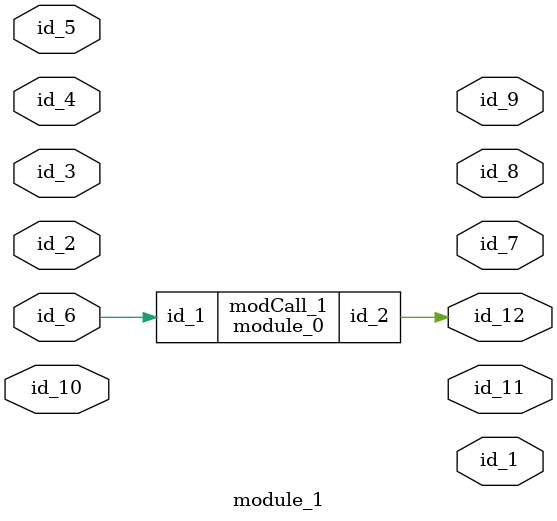
<source format=v>
module module_0 (
    id_1,
    id_2
);
  output wire id_2;
  input wire id_1;
  wire id_3;
endmodule
module module_1 (
    id_1,
    id_2,
    id_3,
    id_4,
    id_5,
    id_6,
    id_7,
    id_8,
    id_9,
    id_10,
    id_11,
    id_12
);
  output wire id_12;
  output wire id_11;
  inout wire id_10;
  output wire id_9;
  output wire id_8;
  output wire id_7;
  input wire id_6;
  input wire id_5;
  inout wire id_4;
  input wire id_3;
  input wire id_2;
  output wire id_1;
  wire id_13;
  wire id_14;
  wire id_15;
  module_0 modCall_1 (
      id_6,
      id_12
  );
  wire id_16;
endmodule

</source>
